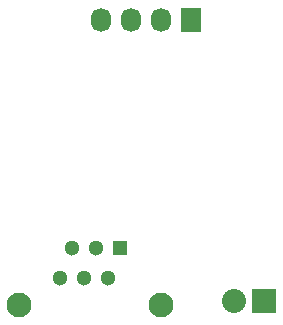
<source format=gbs>
G04 #@! TF.FileFunction,Soldermask,Bot*
%FSLAX46Y46*%
G04 Gerber Fmt 4.6, Leading zero omitted, Abs format (unit mm)*
G04 Created by KiCad (PCBNEW 4.0.2-stable) date 3/20/2016 1:28:05 PM*
%MOMM*%
G01*
G04 APERTURE LIST*
%ADD10C,0.100000*%
%ADD11C,1.300000*%
%ADD12R,1.300000X1.300000*%
%ADD13C,2.100000*%
%ADD14R,2.032000X2.032000*%
%ADD15O,2.032000X2.032000*%
%ADD16R,1.727200X2.032000*%
%ADD17O,1.727200X2.032000*%
G04 APERTURE END LIST*
D10*
D11*
X149537000Y-83078500D03*
X147497000Y-83078500D03*
D12*
X151577000Y-83078500D03*
D11*
X146477000Y-85618500D03*
X148517000Y-85618500D03*
X150557000Y-85618500D03*
D13*
X155027000Y-87918500D03*
X143027000Y-87918500D03*
D14*
X163795000Y-87568000D03*
D15*
X161255000Y-87568000D03*
D16*
X157580000Y-63800000D03*
D17*
X155040000Y-63800000D03*
X152500000Y-63800000D03*
X149960000Y-63800000D03*
M02*

</source>
